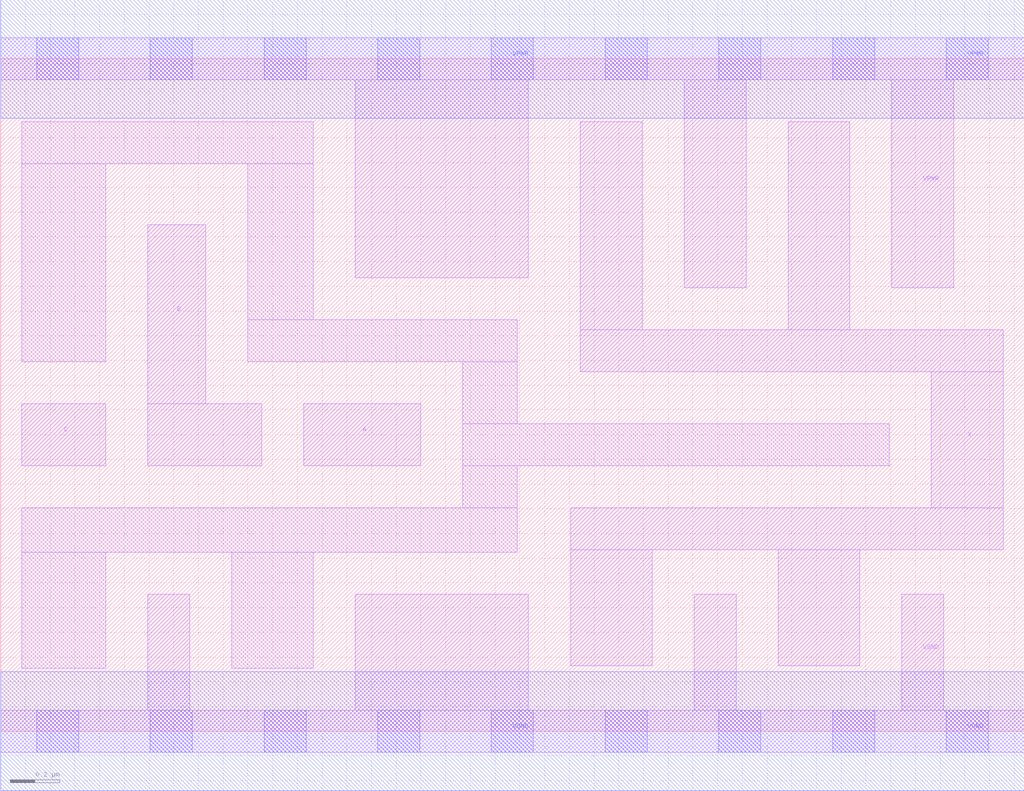
<source format=lef>
# Copyright 2020 The SkyWater PDK Authors
#
# Licensed under the Apache License, Version 2.0 (the "License");
# you may not use this file except in compliance with the License.
# You may obtain a copy of the License at
#
#     https://www.apache.org/licenses/LICENSE-2.0
#
# Unless required by applicable law or agreed to in writing, software
# distributed under the License is distributed on an "AS IS" BASIS,
# WITHOUT WARRANTIES OR CONDITIONS OF ANY KIND, either express or implied.
# See the License for the specific language governing permissions and
# limitations under the License.
#
# SPDX-License-Identifier: Apache-2.0

VERSION 5.7 ;
  NAMESCASESENSITIVE ON ;
  NOWIREEXTENSIONATPIN ON ;
  DIVIDERCHAR "/" ;
  BUSBITCHARS "[]" ;
UNITS
  DATABASE MICRONS 200 ;
END UNITS
MACRO sky130_fd_sc_hd__or3_4
  CLASS CORE ;
  SOURCE USER ;
  FOREIGN sky130_fd_sc_hd__or3_4 ;
  ORIGIN  0.000000  0.000000 ;
  SIZE  4.140000 BY  2.720000 ;
  SYMMETRY X Y R90 ;
  SITE unithd ;
  PIN A
    ANTENNAGATEAREA  0.247500 ;
    DIRECTION INPUT ;
    USE SIGNAL ;
    PORT
      LAYER li1 ;
        RECT 1.225000 1.075000 1.700000 1.325000 ;
    END
  END A
  PIN B
    ANTENNAGATEAREA  0.247500 ;
    DIRECTION INPUT ;
    USE SIGNAL ;
    PORT
      LAYER li1 ;
        RECT 0.595000 1.075000 1.055000 1.325000 ;
        RECT 0.595000 1.325000 0.830000 2.050000 ;
    END
  END B
  PIN C
    ANTENNAGATEAREA  0.247500 ;
    DIRECTION INPUT ;
    USE SIGNAL ;
    PORT
      LAYER li1 ;
        RECT 0.085000 1.075000 0.425000 1.325000 ;
    END
  END C
  PIN X
    ANTENNADIFFAREA  0.891000 ;
    DIRECTION OUTPUT ;
    USE SIGNAL ;
    PORT
      LAYER li1 ;
        RECT 2.305000 0.265000 2.635000 0.735000 ;
        RECT 2.305000 0.735000 4.055000 0.905000 ;
        RECT 2.345000 1.455000 4.055000 1.625000 ;
        RECT 2.345000 1.625000 2.595000 2.465000 ;
        RECT 3.145000 0.265000 3.475000 0.735000 ;
        RECT 3.185000 1.625000 3.435000 2.465000 ;
        RECT 3.765000 0.905000 4.055000 1.455000 ;
    END
  END X
  PIN VGND
    DIRECTION INOUT ;
    SHAPE ABUTMENT ;
    USE GROUND ;
    PORT
      LAYER li1 ;
        RECT 0.000000 -0.085000 4.140000 0.085000 ;
        RECT 0.595000  0.085000 0.765000 0.555000 ;
        RECT 1.435000  0.085000 2.135000 0.555000 ;
        RECT 2.805000  0.085000 2.975000 0.555000 ;
        RECT 3.645000  0.085000 3.815000 0.555000 ;
      LAYER mcon ;
        RECT 0.145000 -0.085000 0.315000 0.085000 ;
        RECT 0.605000 -0.085000 0.775000 0.085000 ;
        RECT 1.065000 -0.085000 1.235000 0.085000 ;
        RECT 1.525000 -0.085000 1.695000 0.085000 ;
        RECT 1.985000 -0.085000 2.155000 0.085000 ;
        RECT 2.445000 -0.085000 2.615000 0.085000 ;
        RECT 2.905000 -0.085000 3.075000 0.085000 ;
        RECT 3.365000 -0.085000 3.535000 0.085000 ;
        RECT 3.825000 -0.085000 3.995000 0.085000 ;
      LAYER met1 ;
        RECT 0.000000 -0.240000 4.140000 0.240000 ;
    END
  END VGND
  PIN VPWR
    DIRECTION INOUT ;
    SHAPE ABUTMENT ;
    USE POWER ;
    PORT
      LAYER li1 ;
        RECT 0.000000 2.635000 4.140000 2.805000 ;
        RECT 1.435000 1.835000 2.135000 2.635000 ;
        RECT 2.765000 1.795000 3.015000 2.635000 ;
        RECT 3.605000 1.795000 3.855000 2.635000 ;
      LAYER mcon ;
        RECT 0.145000 2.635000 0.315000 2.805000 ;
        RECT 0.605000 2.635000 0.775000 2.805000 ;
        RECT 1.065000 2.635000 1.235000 2.805000 ;
        RECT 1.525000 2.635000 1.695000 2.805000 ;
        RECT 1.985000 2.635000 2.155000 2.805000 ;
        RECT 2.445000 2.635000 2.615000 2.805000 ;
        RECT 2.905000 2.635000 3.075000 2.805000 ;
        RECT 3.365000 2.635000 3.535000 2.805000 ;
        RECT 3.825000 2.635000 3.995000 2.805000 ;
      LAYER met1 ;
        RECT 0.000000 2.480000 4.140000 2.960000 ;
    END
  END VPWR
  OBS
    LAYER li1 ;
      RECT 0.085000 0.255000 0.425000 0.725000 ;
      RECT 0.085000 0.725000 2.090000 0.905000 ;
      RECT 0.085000 1.495000 0.425000 2.295000 ;
      RECT 0.085000 2.295000 1.265000 2.465000 ;
      RECT 0.935000 0.255000 1.265000 0.725000 ;
      RECT 1.000000 1.495000 2.090000 1.665000 ;
      RECT 1.000000 1.665000 1.265000 2.295000 ;
      RECT 1.870000 0.905000 2.090000 1.075000 ;
      RECT 1.870000 1.075000 3.595000 1.245000 ;
      RECT 1.870000 1.245000 2.090000 1.495000 ;
  END
END sky130_fd_sc_hd__or3_4
END LIBRARY

</source>
